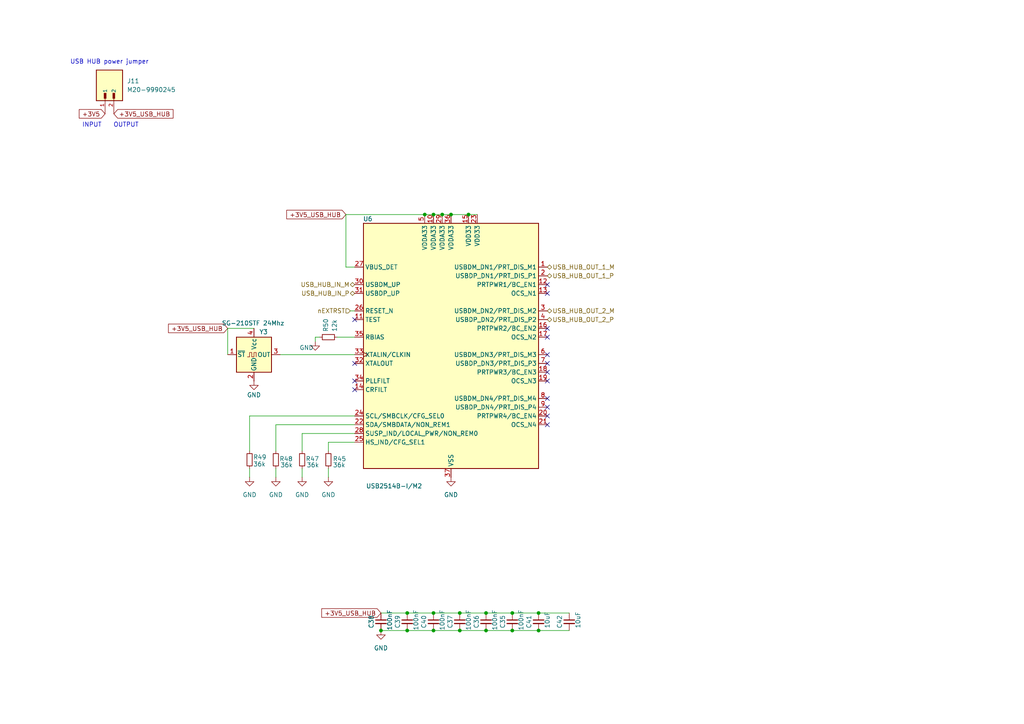
<source format=kicad_sch>
(kicad_sch (version 20250114) (generator "eeschema") (generator_version "9.0")
  (paper "A4")
  (lib_symbols
    (symbol "Device:C_Small" (pin_numbers (hide yes)) (pin_names (offset 0.254) (hide yes))
      (property "Reference" "C" (at 0.254 1.778 0))
      (property "Value" "C_Small" (at 0.254 -2.032 0))
      (symbol "C_Small_0_1"
        (polyline (pts (xy -1.524 0.508) (xy 1.524 0.508)) (stroke (width 0.3048)))
        (polyline (pts (xy -1.524 -0.508) (xy 1.524 -0.508)) (stroke (width 0.3302)))
      )
      (symbol "C_Small_1_1"
        (pin passive line (at 0 2.54 270) (length 2.032) (name "~") (number "1"))
        (pin passive line (at 0 -2.54 90) (length 2.032) (name "~") (number "2"))
      )
    )
    (symbol "Device:R_Small" (pin_numbers (hide yes)) (pin_names (offset 0.254) (hide yes))
      (property "Reference" "R" (at 0.762 0.508 0))
      (property "Value" "R_Small" (at 0.762 -1.016 0))
      (symbol "R_Small_0_1"
        (rectangle (start -0.762 1.778) (end 0.762 -1.778) (stroke (width 0.2032)))
      )
      (symbol "R_Small_1_1"
        (pin passive line (at 0 2.54 270) (length 0.762) (name "~") (number "1"))
        (pin passive line (at 0 -2.54 90) (length 0.762) (name "~") (number "2"))
      )
    )
    (symbol "Interface_USB:USB2514B_Bi"
      (property "Reference" "U" (at -17.78 40.64 0))
      (property "Value" "USB2514B_Bi" (at -20.32 38.1 0))
      (symbol "USB2514B_Bi_0_1"
        (rectangle (start -25.4 35.56) (end 25.4 -35.56) (stroke (width 0.254)) (fill (type background)))
      )
      (symbol "USB2514B_Bi_1_1"
        (pin input line (at -27.94 22.86 0) (length 2.54) (name "VBUS_DET") (number "27"))
        (pin bidirectional line (at -27.94 17.78 0) (length 2.54) (name "USBDM_UP") (number "30"))
        (pin bidirectional line (at -27.94 15.24 0) (length 2.54) (name "USBDP_UP") (number "31"))
        (pin input line (at -27.94 10.16 0) (length 2.54) (name "RESET_N") (number "26"))
        (pin input line (at -27.94 7.62 0) (length 2.54) (name "TEST") (number "11"))
        (pin input line (at -27.94 2.54 0) (length 2.54) (name "RBIAS") (number "35"))
        (pin input clock (at -27.94 -2.54 0) (length 2.54) (name "XTALIN/CLKIN") (number "33"))
        (pin output line (at -27.94 -5.08 0) (length 2.54) (name "XTALOUT") (number "32"))
        (pin input line (at -27.94 -10.16 0) (length 2.54) (name "PLLFILT") (number "34"))
        (pin input line (at -27.94 -12.7 0) (length 2.54) (name "CRFILT") (number "14"))
        (pin bidirectional line (at -27.94 -20.32 0) (length 2.54) (name "SCL/SMBCLK/CFG_SEL0") (number "24"))
        (pin bidirectional line (at -27.94 -22.86 0) (length 2.54) (name "SDA/SMBDATA/NON_REM1") (number "22"))
        (pin bidirectional line (at -27.94 -25.4 0) (length 2.54) (name "SUSP_IND/LOCAL_PWR/NON_REM0") (number "28"))
        (pin bidirectional line (at -27.94 -27.94 0) (length 2.54) (name "HS_IND/CFG_SEL1") (number "25"))
        (pin power_in line (at -7.62 38.1 270) (length 2.54) (name "VDDA33") (number "5"))
        (pin power_in line (at -5.08 38.1 270) (length 2.54) (name "VDDA33") (number "10"))
        (pin power_in line (at -2.54 38.1 270) (length 2.54) (name "VDDA33") (number "29"))
        (pin power_in line (at 0 38.1 270) (length 2.54) (name "VDDA33") (number "36"))
        (pin power_in line (at 0 -38.1 90) (length 2.54) (name "VSS") (number "37"))
        (pin power_in line (at 5.08 38.1 270) (length 2.54) (name "VDD33") (number "15"))
        (pin power_in line (at 7.62 38.1 270) (length 2.54) (name "VDD33") (number "23"))
        (pin bidirectional line (at 27.94 22.86 180) (length 2.54) (name "USBDM_DN1/PRT_DIS_M1") (number "1"))
        (pin bidirectional line (at 27.94 20.32 180) (length 2.54) (name "USBDP_DN1/PRT_DIS_P1") (number "2"))
        (pin bidirectional line (at 27.94 17.78 180) (length 2.54) (name "PRTPWR1/BC_EN1") (number "12"))
        (pin input line (at 27.94 15.24 180) (length 2.54) (name "OCS_N1") (number "13"))
        (pin bidirectional line (at 27.94 10.16 180) (length 2.54) (name "USBDM_DN2/PRT_DIS_M2") (number "3"))
        (pin bidirectional line (at 27.94 7.62 180) (length 2.54) (name "USBDP_DN2/PRT_DIS_P2") (number "4"))
        (pin bidirectional line (at 27.94 5.08 180) (length 2.54) (name "PRTPWR2/BC_EN2") (number "16"))
        (pin input line (at 27.94 2.54 180) (length 2.54) (name "OCS_N2") (number "17"))
        (pin bidirectional line (at 27.94 -2.54 180) (length 2.54) (name "USBDM_DN3/PRT_DIS_M3") (number "6"))
        (pin bidirectional line (at 27.94 -5.08 180) (length 2.54) (name "USBDP_DN3/PRT_DIS_P3") (number "7"))
        (pin bidirectional line (at 27.94 -7.62 180) (length 2.54) (name "PRTPWR3/BC_EN3") (number "18"))
        (pin input line (at 27.94 -10.16 180) (length 2.54) (name "OCS_N3") (number "19"))
        (pin bidirectional line (at 27.94 -15.24 180) (length 2.54) (name "USBDM_DN4/PRT_DIS_M4") (number "8"))
        (pin bidirectional line (at 27.94 -17.78 180) (length 2.54) (name "USBDP_DN4/PRT_DIS_P4") (number "9"))
        (pin bidirectional line (at 27.94 -20.32 180) (length 2.54) (name "PRTPWR4/BC_EN4") (number "20"))
        (pin input line (at 27.94 -22.86 180) (length 2.54) (name "OCS_N4") (number "21"))
      )
    )
    (symbol "M20-9990245:M20-9990245" (pin_names (offset 1.016))
      (property "Reference" "J" (at -5.08 5.842 0))
      (property "Value" "M20-9990245" (at -5.08 -5.08 0))
      (symbol "M20-9990245_0_0"
        (rectangle (start -3.81 -2.54) (end 5.08 5.08) (stroke (width 0.254)) (fill (type background)))
        (rectangle (start -3.175 2.2225) (end -1.5875 2.8575) (stroke (width 0.1)) (fill (type outline)))
        (rectangle (start -3.175 -0.3175) (end -1.5875 0.3175) (stroke (width 0.1)) (fill (type outline)))
        (pin passive line (at -7.62 2.54 0) (length 5.08) (name "1") (number "1"))
        (pin passive line (at -7.62 0 0) (length 5.08) (name "2") (number "2"))
      )
    )
    (symbol "Oscillator:SG-210STF" (pin_names (offset 0.254))
      (property "Reference" "Y" (at -5.08 6.35 0))
      (property "Value" "SG-210STF" (at 1.27 -6.35 0))
      (symbol "SG-210STF_0_1"
        (rectangle (start -5.08 5.08) (end 5.08 -5.08) (stroke (width 0.254)) (fill (type background)))
        (polyline (pts (xy -1.905 -0.635) (xy -1.27 -0.635) (xy -1.27 0.635) (xy -0.635 0.635) (xy -0.635 -0.635) (xy 0 -0.635) (xy 0 0.635) (xy 0.635 0.635) (xy 0.635 -0.635)))
      )
      (symbol "SG-210STF_1_1"
        (pin input line (at -7.62 0 0) (length 2.54) (name "~{ST}") (number "1"))
        (pin power_in line (at 0 7.62 270) (length 2.54) (name "Vcc") (number "4"))
        (pin power_in line (at 0 -7.62 90) (length 2.54) (name "GND") (number "2"))
        (pin output line (at 7.62 0 180) (length 2.54) (name "OUT") (number "3"))
      )
    )
    (symbol "power:GND" (power) (pin_numbers (hide yes)) (pin_names (offset 0) (hide yes))
      (property "Value" "GND" (at 0 -3.81 0))
      (symbol "GND_0_1"
        (polyline (pts (xy 0 0) (xy 0 -1.27) (xy 1.27 -1.27) (xy 0 -2.54) (xy -1.27 -1.27) (xy 0 -1.27)))
      )
      (symbol "GND_1_1"
        (pin power_in line (at 0 0 270) (length 0) (name "~") (number "1"))
      )
    )
  )
  (text "OUTPUT\n" (at 36.576 36.322 0) (effects (font (size 1.27 1.27))))
  (text "INPUT" (at 26.67 36.322 0) (effects (font (size 1.27 1.27))))
  (text "USB HUB power jumper" (at 31.75 18.034 0) (effects (font (size 1.27 1.27))))
  (junction (at 140.97 182.88))
  (junction (at 118.11 182.88))
  (junction (at 130.81 62.23))
  (junction (at 123.19 62.23))
  (junction (at 148.59 177.8))
  (junction (at 156.21 182.88))
  (junction (at 135.89 62.23))
  (junction (at 110.49 182.88))
  (junction (at 125.73 62.23))
  (junction (at 156.21 177.8))
  (junction (at 133.35 177.8))
  (junction (at 125.73 182.88))
  (junction (at 140.97 177.8))
  (junction (at 118.11 177.8))
  (junction (at 148.59 182.88))
  (junction (at 128.27 62.23))
  (junction (at 133.35 182.88))
  (junction (at 125.73 177.8))
  (no_connect (at 102.87 105.41))
  (no_connect (at 158.75 110.49))
  (no_connect (at 158.75 123.19))
  (no_connect (at 158.75 105.41))
  (no_connect (at 158.75 82.55))
  (no_connect (at 158.75 118.11))
  (no_connect (at 158.75 107.95))
  (no_connect (at 102.87 110.49))
  (no_connect (at 158.75 120.65))
  (no_connect (at 158.75 102.87))
  (no_connect (at 158.75 95.25))
  (no_connect (at 158.75 115.57))
  (no_connect (at 102.87 113.03))
  (no_connect (at 158.75 85.09))
  (no_connect (at 102.87 92.71))
  (no_connect (at 158.75 97.79))
  (wire (pts (xy 72.39 135.89) (xy 72.39 138.43)))
  (wire (pts (xy 128.27 62.23) (xy 125.73 62.23)))
  (wire (pts (xy 133.35 177.8) (xy 140.97 177.8)))
  (wire (pts (xy 72.39 120.65) (xy 102.87 120.65)))
  (wire (pts (xy 97.79 97.79) (xy 102.87 97.79)))
  (wire (pts (xy 156.21 182.88) (xy 165.1 182.88)))
  (wire (pts (xy 95.25 135.89) (xy 95.25 138.43)))
  (wire (pts (xy 118.11 177.8) (xy 125.73 177.8)))
  (wire (pts (xy 81.28 102.87) (xy 102.87 102.87)))
  (wire (pts (xy 87.63 135.89) (xy 87.63 138.43)))
  (wire (pts (xy 80.01 123.19) (xy 102.87 123.19)))
  (wire (pts (xy 130.81 62.23) (xy 128.27 62.23)))
  (wire (pts (xy 100.33 77.47) (xy 102.87 77.47)))
  (wire (pts (xy 72.39 120.65) (xy 72.39 130.81)))
  (wire (pts (xy 125.73 62.23) (xy 123.19 62.23)))
  (wire (pts (xy 80.01 135.89) (xy 80.01 138.43)))
  (wire (pts (xy 138.43 62.23) (xy 135.89 62.23)))
  (wire (pts (xy 66.04 95.25) (xy 73.66 95.25)))
  (wire (pts (xy 102.87 125.73) (xy 87.63 125.73)))
  (wire (pts (xy 148.59 182.88) (xy 156.21 182.88)))
  (wire (pts (xy 110.49 182.88) (xy 118.11 182.88)))
  (wire (pts (xy 140.97 177.8) (xy 148.59 177.8)))
  (wire (pts (xy 91.44 97.79) (xy 92.71 97.79)))
  (wire (pts (xy 87.63 125.73) (xy 87.63 130.81)))
  (wire (pts (xy 66.04 102.87) (xy 66.04 95.25)))
  (wire (pts (xy 101.6 90.17) (xy 102.87 90.17)))
  (wire (pts (xy 102.87 128.27) (xy 95.25 128.27)))
  (wire (pts (xy 110.49 177.8) (xy 118.11 177.8)))
  (wire (pts (xy 140.97 182.88) (xy 148.59 182.88)))
  (wire (pts (xy 133.35 182.88) (xy 140.97 182.88)))
  (wire (pts (xy 91.44 99.06) (xy 91.44 97.79)))
  (wire (pts (xy 148.59 177.8) (xy 156.21 177.8)))
  (wire (pts (xy 125.73 182.88) (xy 133.35 182.88)))
  (wire (pts (xy 95.25 128.27) (xy 95.25 130.81)))
  (wire (pts (xy 118.11 182.88) (xy 125.73 182.88)))
  (wire (pts (xy 123.19 62.23) (xy 100.33 62.23)))
  (wire (pts (xy 125.73 177.8) (xy 133.35 177.8)))
  (wire (pts (xy 100.33 62.23) (xy 100.33 77.47)))
  (wire (pts (xy 80.01 123.19) (xy 80.01 130.81)))
  (wire (pts (xy 135.89 62.23) (xy 130.81 62.23)))
  (wire (pts (xy 156.21 177.8) (xy 165.1 177.8)))
  (global_label "+3V5_USB_HUB" (shape input) (at 66.04 95.25 180) (property "Intersheetrefs" "${INTERSHEET_REFS}" (effects (hide yes))))
  (global_label "+3V5_USB_HUB" (shape input) (at 110.49 177.8 180) (property "Intersheetrefs" "${INTERSHEET_REFS}" (effects (hide yes))))
  (global_label "+3V5_USB_HUB" (shape input) (at 33.02 33.02 0) (property "Intersheetrefs" "${INTERSHEET_REFS}" (effects (hide yes))))
  (global_label "+3V5" (shape input) (at 30.48 33.02 180) (property "Intersheetrefs" "${INTERSHEET_REFS}" (effects (hide yes))))
  (global_label "+3V5_USB_HUB" (shape input) (at 100.33 62.23 180) (property "Intersheetrefs" "${INTERSHEET_REFS}" (effects (hide yes))))
  (hierarchical_label "USB_HUB_OUT_2_M" (shape bidirectional) (at 158.75 90.17 0))
  (hierarchical_label "USB_HUB_OUT_1_M" (shape bidirectional) (at 158.75 77.47 0))
  (hierarchical_label "nEXTRST" (shape input) (at 101.6 90.17 180))
  (hierarchical_label "USB_HUB_OUT_1_P" (shape bidirectional) (at 158.75 80.01 0))
  (hierarchical_label "USB_HUB_IN_M" (shape bidirectional) (at 102.87 82.55 180))
  (hierarchical_label "USB_HUB_OUT_2_P" (shape bidirectional) (at 158.75 92.71 0))
  (hierarchical_label "USB_HUB_IN_P" (shape bidirectional) (at 102.87 85.09 180))
  (symbol (lib_id "Interface_USB:USB2514B_Bi") (at 130.81 100.33 0) (unit 1)
    (property "Reference" "U6" (at 106.68 63.5 0))
    (property "Value" "USB2514B-I/M2" (at 114.3 140.97 0))
    (property "Footprint" "Package_DFN_QFN:QFN-36-1EP_6x6mm_P0.5mm_EP3.7x3.7mm" (effects (hide yes)))
    (property "Datasheet" "http://ww1.microchip.com/downloads/en/DeviceDoc/00001692C.pdf" (effects (hide yes)))
    (property "Field4" "Farnell" (effects (hide yes)))
    (property "Field5" "2775060" (effects (hide yes)))
    (property "Field6" "USB2514B-I/M2" (effects (hide yes)))
    (property "Field7" "Microchip" (effects (hide yes)))
    (property "Part Description" "	USB Hub Controller USB Interface 36-SQFN (6x6)" (effects (hide yes)))
    (property "Field8" "UICC00931" (effects (hide yes)))
  )
  (symbol (lib_id "Device:C_Small") (at 125.73 180.34 0) (unit 1)
    (property "Reference" "C40" (at 122.936 180.34 90))
    (property "Value" "100nF" (at 128.27 179.832 90))
    (property "Footprint" "Capacitor_SMD:C_0603_1608Metric" (effects (hide yes)))
    (property "Description" "Unpolarized capacitor, small symbol" (effects (hide yes)))
  )
  (symbol (lib_id "power:GND") (at 72.39 138.43 0) (unit 1)
    (property "Reference" "#PWR029" (effects (hide yes)))
    (property "Value" "GND" (at 72.39 143.51 0))
    (property "Description" "Power symbol creates a global label with name \"GND\" , ground" (effects (hide yes)))
  )
  (symbol (lib_id "power:GND") (at 95.25 138.43 0) (unit 1)
    (property "Reference" "#PWR026" (effects (hide yes)))
    (property "Value" "GND" (at 95.25 143.51 0))
    (property "Description" "Power symbol creates a global label with name \"GND\" , ground" (effects (hide yes)))
  )
  (symbol (lib_id "Device:C_Small") (at 156.21 180.34 0) (unit 1)
    (property "Reference" "C41" (at 153.416 180.34 90))
    (property "Value" "10uF" (at 158.75 179.832 90))
    (property "Footprint" "Capacitor_SMD:C_0603_1608Metric" (effects (hide yes)))
    (property "Description" "Unpolarized capacitor, small symbol" (effects (hide yes)))
  )
  (symbol (lib_id "Device:R_Small") (at 72.39 133.35 0) (unit 1)
    (property "Reference" "R49" (at 73.406 132.588 0) (effects (justify left)))
    (property "Value" "36k" (at 73.406 134.62 0) (effects (justify left)))
    (property "Footprint" "Resistor_SMD:R_0402_1005Metric" (effects (hide yes)))
  )
  (symbol (lib_id "Device:C_Small") (at 133.35 180.34 0) (unit 1)
    (property "Reference" "C37" (at 130.556 180.34 90))
    (property "Value" "100nF" (at 135.89 179.832 90))
    (property "Footprint" "Capacitor_SMD:C_0603_1608Metric" (effects (hide yes)))
    (property "Description" "Unpolarized capacitor, small symbol" (effects (hide yes)))
  )
  (symbol (lib_id "Device:R_Small") (at 95.25 97.79 90) (unit 1)
    (property "Reference" "R50" (at 94.488 96.266 0) (effects (justify left)))
    (property "Value" "12k" (at 97.028 96.266 0) (effects (justify left)))
    (property "Footprint" "Resistor_SMD:R_0402_1005Metric" (effects (hide yes)))
  )
  (symbol (lib_id "M20-9990245:M20-9990245") (at 33.02 25.4 90) (unit 1)
    (property "Reference" "J11" (at 36.83 23.4949 90) (effects (justify right)))
    (property "Value" "M20-9990245" (at 36.83 26.0349 90) (effects (justify right)))
    (property "Footprint" "M20-9990245:HARWIN_M20-9990245" (effects (hide yes)))
    (property "MF" "Harwin" (effects (hide yes)))
    (property "MAXIMUM_PACKAGE_HEIGHT" "9.64mm" (effects (hide yes)))
    (property "Package" "None" (effects (hide yes)))
    (property "Price" "None" (effects (hide yes)))
    (property "Check_prices" "https://www.snapeda.com/parts/M20-9990245/Harwin/view-part/?ref=eda" (effects (hide yes)))
    (property "STANDARD" "Manufacturer Recommendations" (effects (hide yes)))
    (property "PARTREV" "14" (effects (hide yes)))
    (property "SnapEDA_Link" "https://www.snapeda.com/parts/M20-9990245/Harwin/view-part/?ref=snap" (effects (hide yes)))
    (property "MP" "M20-9990245" (effects (hide yes)))
    (property "Description_1" "2.54mm (0.1) Pitch SIL Vertical Throughboard Pin Header, 6.1mm mating pin height, gold (hi-temp mould), 2 contacts" (effects (hide yes)))
    (property "Availability" "In Stock" (effects (hide yes)))
    (property "MANUFACTURER" "Harwin" (effects (hide yes)))
  )
  (symbol (lib_id "Device:C_Small") (at 148.59 180.34 0) (unit 1)
    (property "Reference" "C35" (at 145.796 180.34 90))
    (property "Value" "100nF" (at 151.13 179.832 90))
    (property "Footprint" "Capacitor_SMD:C_0603_1608Metric" (effects (hide yes)))
    (property "Description" "Unpolarized capacitor, small symbol" (effects (hide yes)))
  )
  (symbol (lib_id "power:GND") (at 80.01 138.43 0) (unit 1)
    (property "Reference" "#PWR028" (effects (hide yes)))
    (property "Value" "GND" (at 80.01 143.51 0))
    (property "Description" "Power symbol creates a global label with name \"GND\" , ground" (effects (hide yes)))
  )
  (symbol (lib_id "Device:R_Small") (at 80.01 133.35 0) (unit 1)
    (property "Reference" "R48" (at 81.026 133.096 0) (effects (justify left)))
    (property "Value" "36k" (at 81.28 134.874 0) (effects (justify left)))
    (property "Footprint" "Resistor_SMD:R_0402_1005Metric" (effects (hide yes)))
  )
  (symbol (lib_id "Device:C_Small") (at 110.49 180.34 0) (unit 1)
    (property "Reference" "C38" (at 107.696 180.34 90))
    (property "Value" "100nF" (at 113.03 179.832 90))
    (property "Footprint" "Capacitor_SMD:C_0603_1608Metric" (effects (hide yes)))
    (property "Description" "Unpolarized capacitor, small symbol" (effects (hide yes)))
  )
  (symbol (lib_id "power:GND") (at 87.63 138.43 0) (unit 1)
    (property "Reference" "#PWR027" (effects (hide yes)))
    (property "Value" "GND" (at 87.63 143.51 0))
    (property "Description" "Power symbol creates a global label with name \"GND\" , ground" (effects (hide yes)))
  )
  (symbol (lib_id "power:GND") (at 110.49 182.88 0) (unit 1)
    (property "Reference" "#PWR033" (effects (hide yes)))
    (property "Value" "GND" (at 110.49 187.96 0))
    (property "Description" "Power symbol creates a global label with name \"GND\" , ground" (effects (hide yes)))
  )
  (symbol (lib_id "power:GND") (at 130.81 138.43 0) (unit 1)
    (property "Reference" "#PWR030" (effects (hide yes)))
    (property "Value" "GND" (at 130.81 143.51 0))
    (property "Description" "Power symbol creates a global label with name \"GND\" , ground" (effects (hide yes)))
  )
  (symbol (lib_id "power:GND") (at 91.44 99.06 0) (unit 1)
    (property "Reference" "#PWR031" (effects (hide yes)))
    (property "Value" "GND" (at 88.9 100.838 0))
    (property "Description" "Power symbol creates a global label with name \"GND\" , ground" (effects (hide yes)))
  )
  (symbol (lib_id "Device:R_Small") (at 87.63 133.35 0) (unit 1)
    (property "Reference" "R47" (at 88.646 133.096 0) (effects (justify left)))
    (property "Value" "36k" (at 88.9 134.874 0) (effects (justify left)))
    (property "Footprint" "Resistor_SMD:R_0402_1005Metric" (effects (hide yes)))
  )
  (symbol (lib_id "Device:C_Small") (at 118.11 180.34 0) (unit 1)
    (property "Reference" "C39" (at 115.316 180.34 90))
    (property "Value" "100nF" (at 120.65 179.832 90))
    (property "Footprint" "Capacitor_SMD:C_0603_1608Metric" (effects (hide yes)))
    (property "Description" "Unpolarized capacitor, small symbol" (effects (hide yes)))
  )
  (symbol (lib_id "Device:C_Small") (at 165.1 180.34 0) (unit 1)
    (property "Reference" "C42" (at 162.306 180.34 90))
    (property "Value" "10uF" (at 167.64 179.832 90))
    (property "Footprint" "Capacitor_SMD:C_0603_1608Metric" (effects (hide yes)))
    (property "Description" "Unpolarized capacitor, small symbol" (effects (hide yes)))
  )
  (symbol (lib_id "power:GND") (at 73.66 110.49 0) (unit 1)
    (property "Reference" "#PWR032" (effects (hide yes)))
    (property "Value" "GND" (at 73.66 114.554 0))
    (property "Description" "Power symbol creates a global label with name \"GND\" , ground" (effects (hide yes)))
  )
  (symbol (lib_id "Device:R_Small") (at 95.25 133.35 0) (unit 1)
    (property "Reference" "R45" (at 96.52 133.096 0) (effects (justify left)))
    (property "Value" "36k" (at 96.52 134.874 0) (effects (justify left)))
    (property "Footprint" "Resistor_SMD:R_0402_1005Metric" (effects (hide yes)))
  )
  (symbol (lib_id "Device:C_Small") (at 140.97 180.34 0) (unit 1)
    (property "Reference" "C36" (at 138.176 180.34 90))
    (property "Value" "100nF" (at 143.51 179.832 90))
    (property "Footprint" "Capacitor_SMD:C_0603_1608Metric" (effects (hide yes)))
    (property "Description" "Unpolarized capacitor, small symbol" (effects (hide yes)))
  )
  (symbol (lib_id "Oscillator:SG-210STF") (at 73.66 102.87 0) (unit 1)
    (property "Reference" "Y3" (at 76.454 96.266 0))
    (property "Value" "SG-210STF 24Mhz" (at 73.406 93.726 0))
    (property "Footprint" "Oscillator:Oscillator_SMD_SeikoEpson_SG210-4Pin_2.5x2.0mm" (effects (hide yes)))
    (property "Datasheet" "https://support.epson.biz/td/api/doc_check.php?mode=dl&lang=en&Parts=SG-210STF" (effects (hide yes)))
    (property "Description" "CMOS Crystal Oscillator SPXO" (effects (hide yes)))
  )
)
</source>
